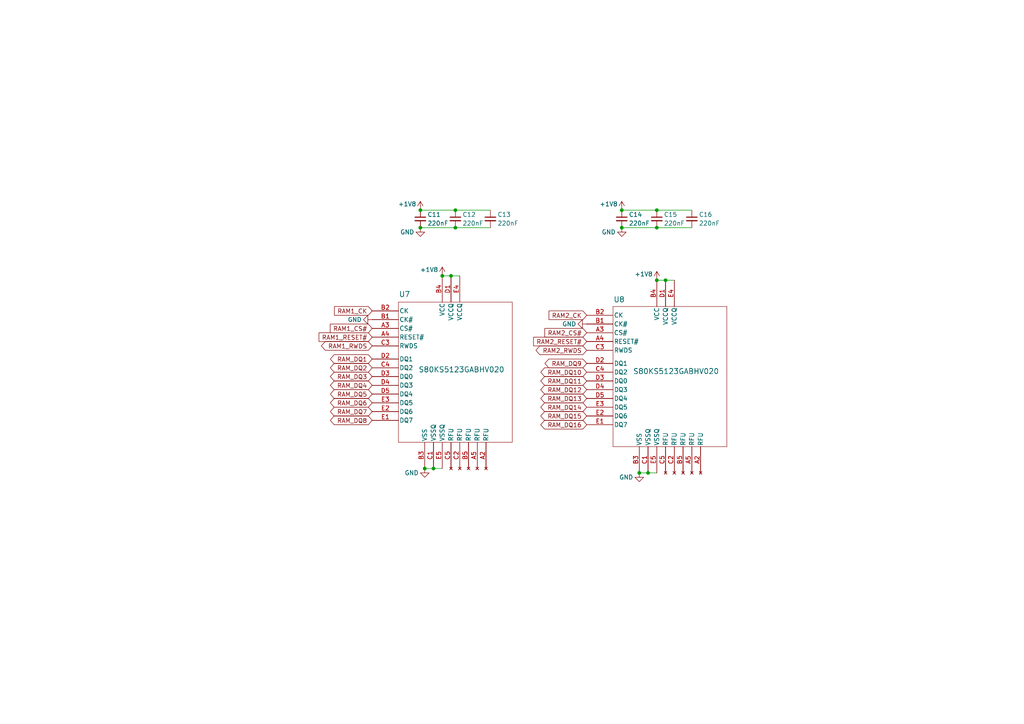
<source format=kicad_sch>
(kicad_sch (version 20231120) (generator "eeschema") (generator_version "8.0")
  (paper "A4")
  (lib_symbols
    (symbol "Device:C_Small" (pin_numbers hide) (pin_names (offset 0.254) hide)
      (property "Reference" "C" (at 0.254 1.778 0))
      (property "Value" "C_Small" (at 0.254 -2.032 0))
      (symbol "C_Small_0_1"
        (polyline (pts (xy -1.524 -0.508) (xy 1.524 -0.508)) (stroke (width 0.3302)))
        (polyline (pts (xy -1.524 0.508) (xy 1.524 0.508)) (stroke (width 0.3048)))
      )
      (symbol "C_Small_1_1"
        (pin passive line (at 0 2.54 270) (length 2.032) (name "~") (number "1"))
        (pin passive line (at 0 -2.54 90) (length 2.032) (name "~") (number "2"))
      )
    )
    (symbol "Memory_RAM:S80KS5123GABHV020" (pin_names (offset 0.254))
      (property "Reference" "U" (at 7.112 6.604 0))
      (property "Value" "S80KS5123GABHV020" (at 25.654 -13.208 0))
      (symbol "S80KS5123GABHV020_0_1"
        (polyline (pts (xy 7.62 -35.56) (xy 40.64 -35.56)) (stroke (width 0.127)))
        (polyline (pts (xy 7.62 5.08) (xy 7.62 -35.56)) (stroke (width 0.127)))
        (polyline (pts (xy 40.64 -35.56) (xy 40.64 5.08)) (stroke (width 0.127)))
        (polyline (pts (xy 40.64 5.08) (xy 7.62 5.08)) (stroke (width 0.127)))
        (pin no_connect line (at 33.02 -43.18 90) (length 7.62) (name "RFU") (number "A2"))
        (pin input line (at 0 -2.54 0) (length 7.62) (name "CS#") (number "A3"))
        (pin input line (at 0 -5.08 0) (length 7.62) (name "RESET#") (number "A4"))
        (pin no_connect line (at 30.48 -43.18 90) (length 7.62) (name "RFU") (number "A5"))
        (pin input line (at 0 0 0) (length 7.62) (name "CK#") (number "B1"))
        (pin input line (at 0 2.54 0) (length 7.62) (name "CK") (number "B2"))
        (pin power_out line (at 15.24 -43.18 90) (length 7.62) (name "VSS") (number "B3"))
        (pin power_in line (at 20.32 12.7 270) (length 7.62) (name "VCC") (number "B4"))
        (pin no_connect line (at 27.94 -43.18 90) (length 7.62) (name "RFU") (number "B5"))
        (pin power_out line (at 17.78 -43.18 90) (length 7.62) (name "VSSQ") (number "C1"))
        (pin no_connect line (at 25.4 -43.18 90) (length 7.62) (name "RFU") (number "C2"))
        (pin bidirectional line (at 0 -7.62 0) (length 7.62) (name "RWDS") (number "C3"))
        (pin bidirectional line (at 0 -13.97 0) (length 7.62) (name "DQ2") (number "C4"))
        (pin no_connect line (at 22.86 -43.18 90) (length 7.62) (name "RFU") (number "C5"))
        (pin power_in line (at 22.86 12.7 270) (length 7.62) (name "VCCQ") (number "D1"))
        (pin bidirectional line (at 0 -11.43 0) (length 7.62) (name "DQ1") (number "D2"))
        (pin bidirectional line (at 0 -16.51 0) (length 7.62) (name "DQ0") (number "D3"))
        (pin bidirectional line (at 0 -19.05 0) (length 7.62) (name "DQ3") (number "D4"))
        (pin bidirectional line (at 0 -21.59 0) (length 7.62) (name "DQ4") (number "D5"))
        (pin bidirectional line (at 0 -29.21 0) (length 7.62) (name "DQ7") (number "E1"))
        (pin bidirectional line (at 0 -26.67 0) (length 7.62) (name "DQ6") (number "E2"))
        (pin bidirectional line (at 0 -24.13 0) (length 7.62) (name "DQ5") (number "E3"))
        (pin power_in line (at 25.4 12.7 270) (length 7.62) (name "VCCQ") (number "E4"))
        (pin power_out line (at 20.32 -43.18 90) (length 7.62) (name "VSSQ") (number "E5"))
      )
    )
    (symbol "power:+1V8" (power) (pin_numbers hide) (pin_names (offset 0) hide)
      (property "Value" "+1V8" (at 0 3.556 0))
      (symbol "+1V8_0_1"
        (polyline (pts (xy -0.762 1.27) (xy 0 2.54)))
        (polyline (pts (xy 0 0) (xy 0 2.54)))
        (polyline (pts (xy 0 2.54) (xy 0.762 1.27)))
      )
      (symbol "+1V8_1_1"
        (pin power_in line (at 0 0 90) (length 0) (name "~") (number "1"))
      )
    )
    (symbol "power:GND" (power) (pin_numbers hide) (pin_names (offset 0) hide)
      (property "Value" "GND" (at 0 -3.81 0))
      (symbol "GND_0_1"
        (polyline (pts (xy 0 0) (xy 0 -1.27) (xy 1.27 -1.27) (xy 0 -2.54) (xy -1.27 -1.27) (xy 0 -1.27)))
      )
      (symbol "GND_1_1"
        (pin power_in line (at 0 0 270) (length 0) (name "~") (number "1"))
      )
    )
  )
  (junction (at 185.42 137.16))
  (junction (at 190.5 60.96))
  (junction (at 121.92 66.04))
  (junction (at 190.5 81.28))
  (junction (at 132.08 66.04))
  (junction (at 190.5 66.04))
  (junction (at 123.19 135.89))
  (junction (at 130.81 80.01))
  (junction (at 180.34 60.96))
  (junction (at 128.27 80.01))
  (junction (at 187.96 137.16))
  (junction (at 121.92 60.96))
  (junction (at 193.04 81.28))
  (junction (at 125.73 135.89))
  (junction (at 180.34 66.04))
  (junction (at 132.08 60.96))
  (wire (pts (xy 132.08 60.96) (xy 142.24 60.96)))
  (wire (pts (xy 121.92 60.96) (xy 132.08 60.96)))
  (wire (pts (xy 130.81 80.01) (xy 133.35 80.01)))
  (wire (pts (xy 121.92 66.04) (xy 132.08 66.04)))
  (wire (pts (xy 185.42 137.16) (xy 187.96 137.16)))
  (wire (pts (xy 180.34 66.04) (xy 190.5 66.04)))
  (wire (pts (xy 180.34 60.96) (xy 190.5 60.96)))
  (wire (pts (xy 190.5 60.96) (xy 200.66 60.96)))
  (wire (pts (xy 190.5 66.04) (xy 200.66 66.04)))
  (wire (pts (xy 128.27 80.01) (xy 130.81 80.01)))
  (wire (pts (xy 132.08 66.04) (xy 142.24 66.04)))
  (wire (pts (xy 193.04 81.28) (xy 195.58 81.28)))
  (wire (pts (xy 187.96 137.16) (xy 190.5 137.16)))
  (wire (pts (xy 123.19 135.89) (xy 125.73 135.89)))
  (wire (pts (xy 125.73 135.89) (xy 128.27 135.89)))
  (wire (pts (xy 190.5 81.28) (xy 193.04 81.28)))
  (global_label "RAM1_RWDS" (shape bidirectional) (at 107.95 100.33 180) (property "Intersheetrefs" "${INTERSHEET_REFS}" (effects (hide yes))))
  (global_label "RAM2_RWDS" (shape bidirectional) (at 170.18 101.6 180) (property "Intersheetrefs" "${INTERSHEET_REFS}" (effects (hide yes))))
  (global_label "RAM2_CK" (shape input) (at 170.18 91.44 180) (property "Intersheetrefs" "${INTERSHEET_REFS}" (effects (hide yes))))
  (global_label "RAM_DQ12" (shape bidirectional) (at 170.18 113.03 180) (property "Intersheetrefs" "${INTERSHEET_REFS}" (effects (hide yes))))
  (global_label "RAM_DQ10" (shape bidirectional) (at 170.18 107.95 180) (property "Intersheetrefs" "${INTERSHEET_REFS}" (effects (hide yes))))
  (global_label "RAM_DQ16" (shape bidirectional) (at 170.18 123.19 180) (property "Intersheetrefs" "${INTERSHEET_REFS}" (effects (hide yes))))
  (global_label "RAM1_CK" (shape input) (at 107.95 90.17 180) (property "Intersheetrefs" "${INTERSHEET_REFS}" (effects (hide yes))))
  (global_label "RAM_DQ15" (shape bidirectional) (at 170.18 120.65 180) (property "Intersheetrefs" "${INTERSHEET_REFS}" (effects (hide yes))))
  (global_label "RAM_DQ14" (shape bidirectional) (at 170.18 118.11 180) (property "Intersheetrefs" "${INTERSHEET_REFS}" (effects (hide yes))))
  (global_label "RAM_DQ4" (shape bidirectional) (at 107.95 111.76 180) (property "Intersheetrefs" "${INTERSHEET_REFS}" (effects (hide yes))))
  (global_label "RAM_DQ7" (shape bidirectional) (at 107.95 119.38 180) (property "Intersheetrefs" "${INTERSHEET_REFS}" (effects (hide yes))))
  (global_label "RAM2_CS#" (shape input) (at 170.18 96.52 180) (property "Intersheetrefs" "${INTERSHEET_REFS}" (effects (hide yes))))
  (global_label "RAM_DQ9" (shape bidirectional) (at 170.18 105.41 180) (property "Intersheetrefs" "${INTERSHEET_REFS}" (effects (hide yes))))
  (global_label "RAM_DQ2" (shape bidirectional) (at 107.95 106.68 180) (property "Intersheetrefs" "${INTERSHEET_REFS}" (effects (hide yes))))
  (global_label "RAM_DQ11" (shape bidirectional) (at 170.18 110.49 180) (property "Intersheetrefs" "${INTERSHEET_REFS}" (effects (hide yes))))
  (global_label "RAM_DQ13" (shape bidirectional) (at 170.18 115.57 180) (property "Intersheetrefs" "${INTERSHEET_REFS}" (effects (hide yes))))
  (global_label "RAM_DQ8" (shape bidirectional) (at 107.95 121.92 180) (property "Intersheetrefs" "${INTERSHEET_REFS}" (effects (hide yes))))
  (global_label "RAM1_CS#" (shape input) (at 107.95 95.25 180) (property "Intersheetrefs" "${INTERSHEET_REFS}" (effects (hide yes))))
  (global_label "RAM_DQ3" (shape bidirectional) (at 107.95 109.22 180) (property "Intersheetrefs" "${INTERSHEET_REFS}" (effects (hide yes))))
  (global_label "RAM_DQ1" (shape bidirectional) (at 107.95 104.14 180) (property "Intersheetrefs" "${INTERSHEET_REFS}" (effects (hide yes))))
  (global_label "RAM_DQ6" (shape bidirectional) (at 107.95 116.84 180) (property "Intersheetrefs" "${INTERSHEET_REFS}" (effects (hide yes))))
  (global_label "RAM1_RESET#" (shape input) (at 107.95 97.79 180) (property "Intersheetrefs" "${INTERSHEET_REFS}" (effects (hide yes))))
  (global_label "RAM_DQ5" (shape bidirectional) (at 107.95 114.3 180) (property "Intersheetrefs" "${INTERSHEET_REFS}" (effects (hide yes))))
  (global_label "RAM2_RESET#" (shape input) (at 170.18 99.06 180) (property "Intersheetrefs" "${INTERSHEET_REFS}" (effects (hide yes))))
  (symbol (lib_id "power:GND") (at 170.18 93.98 270) (mirror x) (unit 1)
    (property "Reference" "#PWR0145" (effects (hide yes)))
    (property "Value" "GND" (at 165.1 93.98 90))
    (property "Description" "Power symbol creates a global label with name \"GND\" , ground" (effects (hide yes)))
  )
  (symbol (lib_id "Memory_RAM:S80KS5123GABHV020") (at 170.18 93.98 0) (unit 1)
    (property "Reference" "U8" (at 179.578 86.868 0) (effects (font (size 1.524 1.524))))
    (property "Value" "S80KS5123GABHV020" (at 196.088 107.696 0) (effects (font (size 1.524 1.524))))
    (property "Footprint" "PG-BGA-24-801" (effects (hide yes)))
    (property "Datasheet" "S80KS5123GABHV020" (effects (hide yes)))
  )
  (symbol (lib_id "Device:C_Small") (at 180.34 63.5 0) (unit 1)
    (property "Reference" "C14" (at 182.372 62.23 0) (effects (justify left)))
    (property "Value" "220nF" (at 182.372 64.77 0) (effects (justify left)))
    (property "Footprint" "Capacitor_SMD:C_0201_0603Metric_Pad0.64x0.40mm_HandSolder" (effects (hide yes)))
    (property "Description" "Unpolarized capacitor, small symbol" (effects (hide yes)))
  )
  (symbol (lib_id "Device:C_Small") (at 121.92 63.5 0) (unit 1)
    (property "Reference" "C11" (at 123.952 62.23 0) (effects (justify left)))
    (property "Value" "220nF" (at 123.952 64.77 0) (effects (justify left)))
    (property "Footprint" "Capacitor_SMD:C_0201_0603Metric_Pad0.64x0.40mm_HandSolder" (effects (hide yes)))
    (property "Description" "Unpolarized capacitor, small symbol" (effects (hide yes)))
  )
  (symbol (lib_id "Device:C_Small") (at 142.24 63.5 0) (unit 1)
    (property "Reference" "C13" (at 144.272 62.23 0) (effects (justify left)))
    (property "Value" "220nF" (at 144.272 64.77 0) (effects (justify left)))
    (property "Footprint" "Capacitor_SMD:C_0201_0603Metric_Pad0.64x0.40mm_HandSolder" (effects (hide yes)))
    (property "Description" "Unpolarized capacitor, small symbol" (effects (hide yes)))
  )
  (symbol (lib_id "power:+1V8") (at 180.34 60.96 0) (unit 1)
    (property "Reference" "#PWR0146" (effects (hide yes)))
    (property "Value" "+1V8" (at 176.53 59.182 0))
    (property "Description" "Power symbol creates a global label with name \"+1V8\"" (effects (hide yes)))
  )
  (symbol (lib_id "power:GND") (at 123.19 135.89 0) (mirror y) (unit 1)
    (property "Reference" "#PWR0143" (effects (hide yes)))
    (property "Value" "GND" (at 119.38 137.16 0))
    (property "Description" "Power symbol creates a global label with name \"GND\" , ground" (effects (hide yes)))
  )
  (symbol (lib_id "power:GND") (at 185.42 137.16 0) (mirror y) (unit 1)
    (property "Reference" "#PWR0148" (effects (hide yes)))
    (property "Value" "GND" (at 181.61 138.43 0))
    (property "Description" "Power symbol creates a global label with name \"GND\" , ground" (effects (hide yes)))
  )
  (symbol (lib_id "Memory_RAM:S80KS5123GABHV020") (at 107.95 92.71 0) (unit 1)
    (property "Reference" "U7" (at 117.348 85.344 0) (effects (font (size 1.524 1.524))))
    (property "Value" "S80KS5123GABHV020" (at 133.858 107.188 0) (effects (font (size 1.524 1.524))))
    (property "Footprint" "PG-BGA-24-801" (effects (hide yes)))
    (property "Datasheet" "S80KS5123GABHV020" (effects (hide yes)))
  )
  (symbol (lib_id "power:+1V8") (at 128.27 80.01 0) (unit 1)
    (property "Reference" "#PWR0144" (effects (hide yes)))
    (property "Value" "+1V8" (at 124.46 78.232 0))
    (property "Description" "Power symbol creates a global label with name \"+1V8\"" (effects (hide yes)))
  )
  (symbol (lib_id "Device:C_Small") (at 132.08 63.5 0) (unit 1)
    (property "Reference" "C12" (at 134.112 62.23 0) (effects (justify left)))
    (property "Value" "220nF" (at 134.112 64.77 0) (effects (justify left)))
    (property "Footprint" "Capacitor_SMD:C_0201_0603Metric_Pad0.64x0.40mm_HandSolder" (effects (hide yes)))
    (property "Description" "Unpolarized capacitor, small symbol" (effects (hide yes)))
  )
  (symbol (lib_id "Device:C_Small") (at 190.5 63.5 0) (unit 1)
    (property "Reference" "C15" (at 192.532 62.23 0) (effects (justify left)))
    (property "Value" "220nF" (at 192.532 64.77 0) (effects (justify left)))
    (property "Footprint" "Capacitor_SMD:C_0201_0603Metric_Pad0.64x0.40mm_HandSolder" (effects (hide yes)))
    (property "Description" "Unpolarized capacitor, small symbol" (effects (hide yes)))
  )
  (symbol (lib_id "power:+1V8") (at 190.5 81.28 0) (unit 1)
    (property "Reference" "#PWR0149" (effects (hide yes)))
    (property "Value" "+1V8" (at 186.69 79.502 0))
    (property "Description" "Power symbol creates a global label with name \"+1V8\"" (effects (hide yes)))
  )
  (symbol (lib_id "power:GND") (at 107.95 92.71 270) (mirror x) (unit 1)
    (property "Reference" "#PWR0140" (effects (hide yes)))
    (property "Value" "GND" (at 102.87 92.71 90))
    (property "Description" "Power symbol creates a global label with name \"GND\" , ground" (effects (hide yes)))
  )
  (symbol (lib_id "power:GND") (at 121.92 66.04 0) (mirror y) (unit 1)
    (property "Reference" "#PWR0142" (effects (hide yes)))
    (property "Value" "GND" (at 118.11 67.31 0))
    (property "Description" "Power symbol creates a global label with name \"GND\" , ground" (effects (hide yes)))
  )
  (symbol (lib_id "power:GND") (at 180.34 66.04 0) (mirror y) (unit 1)
    (property "Reference" "#PWR0147" (effects (hide yes)))
    (property "Value" "GND" (at 176.53 67.31 0))
    (property "Description" "Power symbol creates a global label with name \"GND\" , ground" (effects (hide yes)))
  )
  (symbol (lib_id "Device:C_Small") (at 200.66 63.5 0) (unit 1)
    (property "Reference" "C16" (at 202.692 62.23 0) (effects (justify left)))
    (property "Value" "220nF" (at 202.692 64.77 0) (effects (justify left)))
    (property "Footprint" "Capacitor_SMD:C_0201_0603Metric_Pad0.64x0.40mm_HandSolder" (effects (hide yes)))
    (property "Description" "Unpolarized capacitor, small symbol" (effects (hide yes)))
  )
  (symbol (lib_id "power:+1V8") (at 121.92 60.96 0) (unit 1)
    (property "Reference" "#PWR0141" (effects (hide yes)))
    (property "Value" "+1V8" (at 118.11 59.182 0))
    (property "Description" "Power symbol creates a global label with name \"+1V8\"" (effects (hide yes)))
  )
)
</source>
